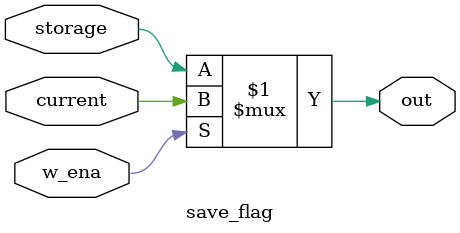
<source format=v>
`timescale 1ns / 1ns
module save(
    input w_ena,
    input [31:0] current,
    input [31:0] storage,
    output [31:0] out
);
    assign out = w_ena? current:storage;
endmodule
module save_flag(
    input w_ena,
    input current,
    input storage,
    output out
);
    assign out = w_ena? current:storage;
endmodule
</source>
